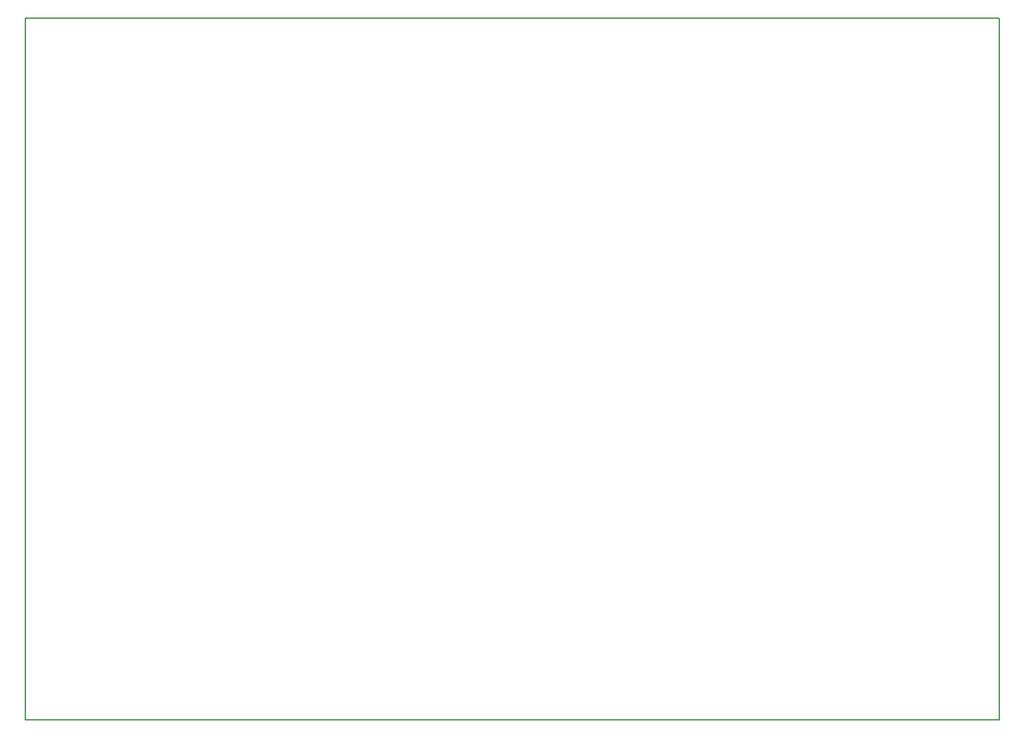
<source format=gbr>
%TF.GenerationSoftware,KiCad,Pcbnew,8.0.3*%
%TF.CreationDate,2025-04-13T18:48:38-07:00*%
%TF.ProjectId,Accumulator_Board,41636375-6d75-46c6-9174-6f725f426f61,4.2*%
%TF.SameCoordinates,Original*%
%TF.FileFunction,Profile,NP*%
%FSLAX46Y46*%
G04 Gerber Fmt 4.6, Leading zero omitted, Abs format (unit mm)*
G04 Created by KiCad (PCBNEW 8.0.3) date 2025-04-13 18:48:38*
%MOMM*%
%LPD*%
G01*
G04 APERTURE LIST*
%TA.AperFunction,Profile*%
%ADD10C,0.200000*%
%TD*%
G04 APERTURE END LIST*
D10*
X19500000Y-18500000D02*
X19500000Y-110000000D01*
X146500000Y-110000000D02*
X146500000Y-18500000D01*
X19500000Y-110000000D02*
X146500000Y-110000000D01*
X146500000Y-18500000D02*
X19500000Y-18500000D01*
M02*

</source>
